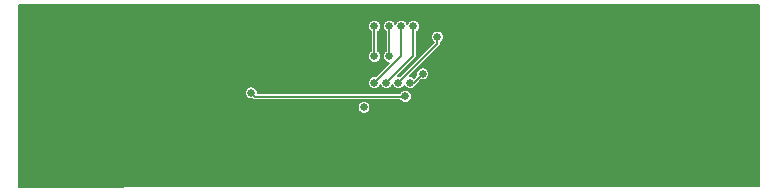
<source format=gbr>
G04 #@! TF.GenerationSoftware,KiCad,Pcbnew,(5.1.6-0-10_14)*
G04 #@! TF.CreationDate,2020-07-22T22:48:04-07:00*
G04 #@! TF.ProjectId,VineHoop_V1_2,56696e65-486f-46f7-905f-56315f322e6b,rev?*
G04 #@! TF.SameCoordinates,Original*
G04 #@! TF.FileFunction,Copper,L2,Bot*
G04 #@! TF.FilePolarity,Positive*
%FSLAX46Y46*%
G04 Gerber Fmt 4.6, Leading zero omitted, Abs format (unit mm)*
G04 Created by KiCad (PCBNEW (5.1.6-0-10_14)) date 2020-07-22 22:48:04*
%MOMM*%
%LPD*%
G01*
G04 APERTURE LIST*
G04 #@! TA.AperFunction,ViaPad*
%ADD10C,0.660400*%
G04 #@! TD*
G04 #@! TA.AperFunction,Conductor*
%ADD11C,0.152400*%
G04 #@! TD*
G04 #@! TA.AperFunction,Conductor*
%ADD12C,0.127000*%
G04 #@! TD*
G04 APERTURE END LIST*
D10*
X147955000Y-63627000D03*
X150495000Y-63627000D03*
X147955000Y-61595000D03*
X130746500Y-70866000D03*
X164909500Y-69723000D03*
X179514500Y-62992000D03*
X183388000Y-67056000D03*
X139001500Y-62992000D03*
X135763000Y-59690000D03*
X142684500Y-65786000D03*
X144335500Y-68707000D03*
X138620500Y-66421000D03*
X141160500Y-67373500D03*
X147256500Y-67945000D03*
X152908000Y-67183000D03*
X150495000Y-61595000D03*
X148526500Y-58928000D03*
X161036000Y-63055500D03*
X165989000Y-60960000D03*
X165862000Y-66929000D03*
X167640000Y-69278500D03*
X164909500Y-67881500D03*
X158813500Y-69151500D03*
X163576000Y-64833500D03*
X163576000Y-62801500D03*
X159258000Y-59880500D03*
X151638000Y-59690000D03*
X156806899Y-59918601D03*
X151574500Y-66738500D03*
X151765000Y-65278000D03*
X142229705Y-64039801D03*
X155277216Y-64345216D03*
X153924000Y-58420000D03*
X153924000Y-60960000D03*
X152654000Y-60960000D03*
X152654000Y-58420000D03*
X157988000Y-59309000D03*
X154686000Y-63169800D03*
X156734399Y-62435248D03*
X155662368Y-63169800D03*
X153670000Y-63169800D03*
X155956000Y-58420000D03*
X152654000Y-63169800D03*
X154940000Y-58420000D03*
D11*
X155252432Y-64370000D02*
X155277216Y-64345216D01*
X142559904Y-64370000D02*
X155252432Y-64370000D01*
X142229705Y-64039801D02*
X142559904Y-64370000D01*
X153924000Y-60960000D02*
X153924000Y-58420000D01*
X152654000Y-60960000D02*
X152654000Y-58420000D01*
X157988000Y-59867800D02*
X157988000Y-59436000D01*
X154686000Y-63169800D02*
X157988000Y-59867800D01*
X155662368Y-63169800D02*
X155999847Y-63169800D01*
X155999847Y-63169800D02*
X156734399Y-62435248D01*
X155956000Y-60883800D02*
X155956000Y-58420000D01*
X153670000Y-63169800D02*
X155956000Y-60883800D01*
X154940000Y-60883800D02*
X154940000Y-58420000D01*
X152654000Y-63169800D02*
X154940000Y-60883800D01*
D12*
G36*
X185204501Y-71920500D02*
G01*
X140218191Y-71920500D01*
X140217812Y-71920464D01*
X140207696Y-71920500D01*
X140197421Y-71920500D01*
X140197036Y-71920538D01*
X122580000Y-71983233D01*
X122580000Y-65224214D01*
X151218900Y-65224214D01*
X151218900Y-65331786D01*
X151239887Y-65437291D01*
X151281053Y-65536675D01*
X151340817Y-65626118D01*
X151416882Y-65702183D01*
X151506325Y-65761947D01*
X151605709Y-65803113D01*
X151711214Y-65824100D01*
X151818786Y-65824100D01*
X151924291Y-65803113D01*
X152023675Y-65761947D01*
X152113118Y-65702183D01*
X152189183Y-65626118D01*
X152248947Y-65536675D01*
X152290113Y-65437291D01*
X152311100Y-65331786D01*
X152311100Y-65224214D01*
X152290113Y-65118709D01*
X152248947Y-65019325D01*
X152189183Y-64929882D01*
X152113118Y-64853817D01*
X152023675Y-64794053D01*
X151924291Y-64752887D01*
X151818786Y-64731900D01*
X151711214Y-64731900D01*
X151605709Y-64752887D01*
X151506325Y-64794053D01*
X151416882Y-64853817D01*
X151340817Y-64929882D01*
X151281053Y-65019325D01*
X151239887Y-65118709D01*
X151218900Y-65224214D01*
X122580000Y-65224214D01*
X122580000Y-63986015D01*
X141683605Y-63986015D01*
X141683605Y-64093587D01*
X141704592Y-64199092D01*
X141745758Y-64298476D01*
X141805522Y-64387919D01*
X141881587Y-64463984D01*
X141971030Y-64523748D01*
X142070414Y-64564914D01*
X142175919Y-64585901D01*
X142283491Y-64585901D01*
X142348589Y-64572952D01*
X142352359Y-64577545D01*
X142363501Y-64586689D01*
X142363502Y-64586690D01*
X142396837Y-64614047D01*
X142447581Y-64641171D01*
X142502642Y-64657873D01*
X142559904Y-64663513D01*
X142574250Y-64662100D01*
X154832163Y-64662100D01*
X154853033Y-64693334D01*
X154929098Y-64769399D01*
X155018541Y-64829163D01*
X155117925Y-64870329D01*
X155223430Y-64891316D01*
X155331002Y-64891316D01*
X155436507Y-64870329D01*
X155535891Y-64829163D01*
X155625334Y-64769399D01*
X155701399Y-64693334D01*
X155761163Y-64603891D01*
X155802329Y-64504507D01*
X155823316Y-64399002D01*
X155823316Y-64291430D01*
X155802329Y-64185925D01*
X155761163Y-64086541D01*
X155701399Y-63997098D01*
X155625334Y-63921033D01*
X155535891Y-63861269D01*
X155436507Y-63820103D01*
X155331002Y-63799116D01*
X155223430Y-63799116D01*
X155117925Y-63820103D01*
X155018541Y-63861269D01*
X154929098Y-63921033D01*
X154853033Y-63997098D01*
X154799043Y-64077900D01*
X142775805Y-64077900D01*
X142775805Y-63986015D01*
X142754818Y-63880510D01*
X142713652Y-63781126D01*
X142653888Y-63691683D01*
X142577823Y-63615618D01*
X142488380Y-63555854D01*
X142388996Y-63514688D01*
X142283491Y-63493701D01*
X142175919Y-63493701D01*
X142070414Y-63514688D01*
X141971030Y-63555854D01*
X141881587Y-63615618D01*
X141805522Y-63691683D01*
X141745758Y-63781126D01*
X141704592Y-63880510D01*
X141683605Y-63986015D01*
X122580000Y-63986015D01*
X122580000Y-63116014D01*
X152107900Y-63116014D01*
X152107900Y-63223586D01*
X152128887Y-63329091D01*
X152170053Y-63428475D01*
X152229817Y-63517918D01*
X152305882Y-63593983D01*
X152395325Y-63653747D01*
X152494709Y-63694913D01*
X152600214Y-63715900D01*
X152707786Y-63715900D01*
X152813291Y-63694913D01*
X152912675Y-63653747D01*
X153002118Y-63593983D01*
X153078183Y-63517918D01*
X153137947Y-63428475D01*
X153162000Y-63370406D01*
X153186053Y-63428475D01*
X153245817Y-63517918D01*
X153321882Y-63593983D01*
X153411325Y-63653747D01*
X153510709Y-63694913D01*
X153616214Y-63715900D01*
X153723786Y-63715900D01*
X153829291Y-63694913D01*
X153928675Y-63653747D01*
X154018118Y-63593983D01*
X154094183Y-63517918D01*
X154153947Y-63428475D01*
X154178000Y-63370406D01*
X154202053Y-63428475D01*
X154261817Y-63517918D01*
X154337882Y-63593983D01*
X154427325Y-63653747D01*
X154526709Y-63694913D01*
X154632214Y-63715900D01*
X154739786Y-63715900D01*
X154845291Y-63694913D01*
X154944675Y-63653747D01*
X155034118Y-63593983D01*
X155110183Y-63517918D01*
X155169947Y-63428475D01*
X155174184Y-63418246D01*
X155178421Y-63428475D01*
X155238185Y-63517918D01*
X155314250Y-63593983D01*
X155403693Y-63653747D01*
X155503077Y-63694913D01*
X155608582Y-63715900D01*
X155716154Y-63715900D01*
X155821659Y-63694913D01*
X155921043Y-63653747D01*
X156010486Y-63593983D01*
X156086551Y-63517918D01*
X156146315Y-63428475D01*
X156149377Y-63421083D01*
X156162914Y-63413847D01*
X156207392Y-63377345D01*
X156216540Y-63366198D01*
X156614535Y-62968204D01*
X156680613Y-62981348D01*
X156788185Y-62981348D01*
X156893690Y-62960361D01*
X156993074Y-62919195D01*
X157082517Y-62859431D01*
X157158582Y-62783366D01*
X157218346Y-62693923D01*
X157259512Y-62594539D01*
X157280499Y-62489034D01*
X157280499Y-62381462D01*
X157259512Y-62275957D01*
X157218346Y-62176573D01*
X157158582Y-62087130D01*
X157082517Y-62011065D01*
X156993074Y-61951301D01*
X156893690Y-61910135D01*
X156788185Y-61889148D01*
X156680613Y-61889148D01*
X156575108Y-61910135D01*
X156475724Y-61951301D01*
X156386281Y-62011065D01*
X156310216Y-62087130D01*
X156250452Y-62176573D01*
X156209286Y-62275957D01*
X156188299Y-62381462D01*
X156188299Y-62489034D01*
X156201443Y-62555112D01*
X156010712Y-62745843D01*
X156010486Y-62745617D01*
X155921043Y-62685853D01*
X155821659Y-62644687D01*
X155716154Y-62623700D01*
X155645191Y-62623700D01*
X158184399Y-60084492D01*
X158195545Y-60075345D01*
X158232047Y-60030867D01*
X158259171Y-59980123D01*
X158275873Y-59925062D01*
X158280100Y-59882146D01*
X158280100Y-59882137D01*
X158281512Y-59867801D01*
X158280100Y-59853465D01*
X158280100Y-59770613D01*
X158336118Y-59733183D01*
X158412183Y-59657118D01*
X158471947Y-59567675D01*
X158513113Y-59468291D01*
X158534100Y-59362786D01*
X158534100Y-59255214D01*
X158513113Y-59149709D01*
X158471947Y-59050325D01*
X158412183Y-58960882D01*
X158336118Y-58884817D01*
X158246675Y-58825053D01*
X158147291Y-58783887D01*
X158041786Y-58762900D01*
X157934214Y-58762900D01*
X157828709Y-58783887D01*
X157729325Y-58825053D01*
X157639882Y-58884817D01*
X157563817Y-58960882D01*
X157504053Y-59050325D01*
X157462887Y-59149709D01*
X157441900Y-59255214D01*
X157441900Y-59362786D01*
X157462887Y-59468291D01*
X157504053Y-59567675D01*
X157563817Y-59657118D01*
X157639882Y-59733183D01*
X157681630Y-59761079D01*
X154805865Y-62636844D01*
X154739786Y-62623700D01*
X154632214Y-62623700D01*
X154628440Y-62624451D01*
X156152399Y-61100492D01*
X156163545Y-61091345D01*
X156200047Y-61046867D01*
X156227171Y-60996123D01*
X156243873Y-60941062D01*
X156248100Y-60898146D01*
X156248100Y-60898137D01*
X156249512Y-60883801D01*
X156248100Y-60869465D01*
X156248100Y-58881613D01*
X156304118Y-58844183D01*
X156380183Y-58768118D01*
X156439947Y-58678675D01*
X156481113Y-58579291D01*
X156502100Y-58473786D01*
X156502100Y-58366214D01*
X156481113Y-58260709D01*
X156439947Y-58161325D01*
X156380183Y-58071882D01*
X156304118Y-57995817D01*
X156214675Y-57936053D01*
X156115291Y-57894887D01*
X156009786Y-57873900D01*
X155902214Y-57873900D01*
X155796709Y-57894887D01*
X155697325Y-57936053D01*
X155607882Y-57995817D01*
X155531817Y-58071882D01*
X155472053Y-58161325D01*
X155448000Y-58219394D01*
X155423947Y-58161325D01*
X155364183Y-58071882D01*
X155288118Y-57995817D01*
X155198675Y-57936053D01*
X155099291Y-57894887D01*
X154993786Y-57873900D01*
X154886214Y-57873900D01*
X154780709Y-57894887D01*
X154681325Y-57936053D01*
X154591882Y-57995817D01*
X154515817Y-58071882D01*
X154456053Y-58161325D01*
X154432000Y-58219394D01*
X154407947Y-58161325D01*
X154348183Y-58071882D01*
X154272118Y-57995817D01*
X154182675Y-57936053D01*
X154083291Y-57894887D01*
X153977786Y-57873900D01*
X153870214Y-57873900D01*
X153764709Y-57894887D01*
X153665325Y-57936053D01*
X153575882Y-57995817D01*
X153499817Y-58071882D01*
X153440053Y-58161325D01*
X153398887Y-58260709D01*
X153377900Y-58366214D01*
X153377900Y-58473786D01*
X153398887Y-58579291D01*
X153440053Y-58678675D01*
X153499817Y-58768118D01*
X153575882Y-58844183D01*
X153631901Y-58881614D01*
X153631900Y-60498387D01*
X153575882Y-60535817D01*
X153499817Y-60611882D01*
X153440053Y-60701325D01*
X153398887Y-60800709D01*
X153377900Y-60906214D01*
X153377900Y-61013786D01*
X153398887Y-61119291D01*
X153440053Y-61218675D01*
X153499817Y-61308118D01*
X153575882Y-61384183D01*
X153665325Y-61443947D01*
X153764709Y-61485113D01*
X153870214Y-61506100D01*
X153904609Y-61506100D01*
X152773865Y-62636844D01*
X152707786Y-62623700D01*
X152600214Y-62623700D01*
X152494709Y-62644687D01*
X152395325Y-62685853D01*
X152305882Y-62745617D01*
X152229817Y-62821682D01*
X152170053Y-62911125D01*
X152128887Y-63010509D01*
X152107900Y-63116014D01*
X122580000Y-63116014D01*
X122580000Y-58366214D01*
X152107900Y-58366214D01*
X152107900Y-58473786D01*
X152128887Y-58579291D01*
X152170053Y-58678675D01*
X152229817Y-58768118D01*
X152305882Y-58844183D01*
X152361901Y-58881614D01*
X152361900Y-60498387D01*
X152305882Y-60535817D01*
X152229817Y-60611882D01*
X152170053Y-60701325D01*
X152128887Y-60800709D01*
X152107900Y-60906214D01*
X152107900Y-61013786D01*
X152128887Y-61119291D01*
X152170053Y-61218675D01*
X152229817Y-61308118D01*
X152305882Y-61384183D01*
X152395325Y-61443947D01*
X152494709Y-61485113D01*
X152600214Y-61506100D01*
X152707786Y-61506100D01*
X152813291Y-61485113D01*
X152912675Y-61443947D01*
X153002118Y-61384183D01*
X153078183Y-61308118D01*
X153137947Y-61218675D01*
X153179113Y-61119291D01*
X153200100Y-61013786D01*
X153200100Y-60906214D01*
X153179113Y-60800709D01*
X153137947Y-60701325D01*
X153078183Y-60611882D01*
X153002118Y-60535817D01*
X152946100Y-60498387D01*
X152946100Y-58881613D01*
X153002118Y-58844183D01*
X153078183Y-58768118D01*
X153137947Y-58678675D01*
X153179113Y-58579291D01*
X153200100Y-58473786D01*
X153200100Y-58366214D01*
X153179113Y-58260709D01*
X153137947Y-58161325D01*
X153078183Y-58071882D01*
X153002118Y-57995817D01*
X152912675Y-57936053D01*
X152813291Y-57894887D01*
X152707786Y-57873900D01*
X152600214Y-57873900D01*
X152494709Y-57894887D01*
X152395325Y-57936053D01*
X152305882Y-57995817D01*
X152229817Y-58071882D01*
X152170053Y-58161325D01*
X152128887Y-58260709D01*
X152107900Y-58366214D01*
X122580000Y-58366214D01*
X122580000Y-56603500D01*
X185204500Y-56603500D01*
X185204501Y-71920500D01*
G37*
X185204501Y-71920500D02*
X140218191Y-71920500D01*
X140217812Y-71920464D01*
X140207696Y-71920500D01*
X140197421Y-71920500D01*
X140197036Y-71920538D01*
X122580000Y-71983233D01*
X122580000Y-65224214D01*
X151218900Y-65224214D01*
X151218900Y-65331786D01*
X151239887Y-65437291D01*
X151281053Y-65536675D01*
X151340817Y-65626118D01*
X151416882Y-65702183D01*
X151506325Y-65761947D01*
X151605709Y-65803113D01*
X151711214Y-65824100D01*
X151818786Y-65824100D01*
X151924291Y-65803113D01*
X152023675Y-65761947D01*
X152113118Y-65702183D01*
X152189183Y-65626118D01*
X152248947Y-65536675D01*
X152290113Y-65437291D01*
X152311100Y-65331786D01*
X152311100Y-65224214D01*
X152290113Y-65118709D01*
X152248947Y-65019325D01*
X152189183Y-64929882D01*
X152113118Y-64853817D01*
X152023675Y-64794053D01*
X151924291Y-64752887D01*
X151818786Y-64731900D01*
X151711214Y-64731900D01*
X151605709Y-64752887D01*
X151506325Y-64794053D01*
X151416882Y-64853817D01*
X151340817Y-64929882D01*
X151281053Y-65019325D01*
X151239887Y-65118709D01*
X151218900Y-65224214D01*
X122580000Y-65224214D01*
X122580000Y-63986015D01*
X141683605Y-63986015D01*
X141683605Y-64093587D01*
X141704592Y-64199092D01*
X141745758Y-64298476D01*
X141805522Y-64387919D01*
X141881587Y-64463984D01*
X141971030Y-64523748D01*
X142070414Y-64564914D01*
X142175919Y-64585901D01*
X142283491Y-64585901D01*
X142348589Y-64572952D01*
X142352359Y-64577545D01*
X142363501Y-64586689D01*
X142363502Y-64586690D01*
X142396837Y-64614047D01*
X142447581Y-64641171D01*
X142502642Y-64657873D01*
X142559904Y-64663513D01*
X142574250Y-64662100D01*
X154832163Y-64662100D01*
X154853033Y-64693334D01*
X154929098Y-64769399D01*
X155018541Y-64829163D01*
X155117925Y-64870329D01*
X155223430Y-64891316D01*
X155331002Y-64891316D01*
X155436507Y-64870329D01*
X155535891Y-64829163D01*
X155625334Y-64769399D01*
X155701399Y-64693334D01*
X155761163Y-64603891D01*
X155802329Y-64504507D01*
X155823316Y-64399002D01*
X155823316Y-64291430D01*
X155802329Y-64185925D01*
X155761163Y-64086541D01*
X155701399Y-63997098D01*
X155625334Y-63921033D01*
X155535891Y-63861269D01*
X155436507Y-63820103D01*
X155331002Y-63799116D01*
X155223430Y-63799116D01*
X155117925Y-63820103D01*
X155018541Y-63861269D01*
X154929098Y-63921033D01*
X154853033Y-63997098D01*
X154799043Y-64077900D01*
X142775805Y-64077900D01*
X142775805Y-63986015D01*
X142754818Y-63880510D01*
X142713652Y-63781126D01*
X142653888Y-63691683D01*
X142577823Y-63615618D01*
X142488380Y-63555854D01*
X142388996Y-63514688D01*
X142283491Y-63493701D01*
X142175919Y-63493701D01*
X142070414Y-63514688D01*
X141971030Y-63555854D01*
X141881587Y-63615618D01*
X141805522Y-63691683D01*
X141745758Y-63781126D01*
X141704592Y-63880510D01*
X141683605Y-63986015D01*
X122580000Y-63986015D01*
X122580000Y-63116014D01*
X152107900Y-63116014D01*
X152107900Y-63223586D01*
X152128887Y-63329091D01*
X152170053Y-63428475D01*
X152229817Y-63517918D01*
X152305882Y-63593983D01*
X152395325Y-63653747D01*
X152494709Y-63694913D01*
X152600214Y-63715900D01*
X152707786Y-63715900D01*
X152813291Y-63694913D01*
X152912675Y-63653747D01*
X153002118Y-63593983D01*
X153078183Y-63517918D01*
X153137947Y-63428475D01*
X153162000Y-63370406D01*
X153186053Y-63428475D01*
X153245817Y-63517918D01*
X153321882Y-63593983D01*
X153411325Y-63653747D01*
X153510709Y-63694913D01*
X153616214Y-63715900D01*
X153723786Y-63715900D01*
X153829291Y-63694913D01*
X153928675Y-63653747D01*
X154018118Y-63593983D01*
X154094183Y-63517918D01*
X154153947Y-63428475D01*
X154178000Y-63370406D01*
X154202053Y-63428475D01*
X154261817Y-63517918D01*
X154337882Y-63593983D01*
X154427325Y-63653747D01*
X154526709Y-63694913D01*
X154632214Y-63715900D01*
X154739786Y-63715900D01*
X154845291Y-63694913D01*
X154944675Y-63653747D01*
X155034118Y-63593983D01*
X155110183Y-63517918D01*
X155169947Y-63428475D01*
X155174184Y-63418246D01*
X155178421Y-63428475D01*
X155238185Y-63517918D01*
X155314250Y-63593983D01*
X155403693Y-63653747D01*
X155503077Y-63694913D01*
X155608582Y-63715900D01*
X155716154Y-63715900D01*
X155821659Y-63694913D01*
X155921043Y-63653747D01*
X156010486Y-63593983D01*
X156086551Y-63517918D01*
X156146315Y-63428475D01*
X156149377Y-63421083D01*
X156162914Y-63413847D01*
X156207392Y-63377345D01*
X156216540Y-63366198D01*
X156614535Y-62968204D01*
X156680613Y-62981348D01*
X156788185Y-62981348D01*
X156893690Y-62960361D01*
X156993074Y-62919195D01*
X157082517Y-62859431D01*
X157158582Y-62783366D01*
X157218346Y-62693923D01*
X157259512Y-62594539D01*
X157280499Y-62489034D01*
X157280499Y-62381462D01*
X157259512Y-62275957D01*
X157218346Y-62176573D01*
X157158582Y-62087130D01*
X157082517Y-62011065D01*
X156993074Y-61951301D01*
X156893690Y-61910135D01*
X156788185Y-61889148D01*
X156680613Y-61889148D01*
X156575108Y-61910135D01*
X156475724Y-61951301D01*
X156386281Y-62011065D01*
X156310216Y-62087130D01*
X156250452Y-62176573D01*
X156209286Y-62275957D01*
X156188299Y-62381462D01*
X156188299Y-62489034D01*
X156201443Y-62555112D01*
X156010712Y-62745843D01*
X156010486Y-62745617D01*
X155921043Y-62685853D01*
X155821659Y-62644687D01*
X155716154Y-62623700D01*
X155645191Y-62623700D01*
X158184399Y-60084492D01*
X158195545Y-60075345D01*
X158232047Y-60030867D01*
X158259171Y-59980123D01*
X158275873Y-59925062D01*
X158280100Y-59882146D01*
X158280100Y-59882137D01*
X158281512Y-59867801D01*
X158280100Y-59853465D01*
X158280100Y-59770613D01*
X158336118Y-59733183D01*
X158412183Y-59657118D01*
X158471947Y-59567675D01*
X158513113Y-59468291D01*
X158534100Y-59362786D01*
X158534100Y-59255214D01*
X158513113Y-59149709D01*
X158471947Y-59050325D01*
X158412183Y-58960882D01*
X158336118Y-58884817D01*
X158246675Y-58825053D01*
X158147291Y-58783887D01*
X158041786Y-58762900D01*
X157934214Y-58762900D01*
X157828709Y-58783887D01*
X157729325Y-58825053D01*
X157639882Y-58884817D01*
X157563817Y-58960882D01*
X157504053Y-59050325D01*
X157462887Y-59149709D01*
X157441900Y-59255214D01*
X157441900Y-59362786D01*
X157462887Y-59468291D01*
X157504053Y-59567675D01*
X157563817Y-59657118D01*
X157639882Y-59733183D01*
X157681630Y-59761079D01*
X154805865Y-62636844D01*
X154739786Y-62623700D01*
X154632214Y-62623700D01*
X154628440Y-62624451D01*
X156152399Y-61100492D01*
X156163545Y-61091345D01*
X156200047Y-61046867D01*
X156227171Y-60996123D01*
X156243873Y-60941062D01*
X156248100Y-60898146D01*
X156248100Y-60898137D01*
X156249512Y-60883801D01*
X156248100Y-60869465D01*
X156248100Y-58881613D01*
X156304118Y-58844183D01*
X156380183Y-58768118D01*
X156439947Y-58678675D01*
X156481113Y-58579291D01*
X156502100Y-58473786D01*
X156502100Y-58366214D01*
X156481113Y-58260709D01*
X156439947Y-58161325D01*
X156380183Y-58071882D01*
X156304118Y-57995817D01*
X156214675Y-57936053D01*
X156115291Y-57894887D01*
X156009786Y-57873900D01*
X155902214Y-57873900D01*
X155796709Y-57894887D01*
X155697325Y-57936053D01*
X155607882Y-57995817D01*
X155531817Y-58071882D01*
X155472053Y-58161325D01*
X155448000Y-58219394D01*
X155423947Y-58161325D01*
X155364183Y-58071882D01*
X155288118Y-57995817D01*
X155198675Y-57936053D01*
X155099291Y-57894887D01*
X154993786Y-57873900D01*
X154886214Y-57873900D01*
X154780709Y-57894887D01*
X154681325Y-57936053D01*
X154591882Y-57995817D01*
X154515817Y-58071882D01*
X154456053Y-58161325D01*
X154432000Y-58219394D01*
X154407947Y-58161325D01*
X154348183Y-58071882D01*
X154272118Y-57995817D01*
X154182675Y-57936053D01*
X154083291Y-57894887D01*
X153977786Y-57873900D01*
X153870214Y-57873900D01*
X153764709Y-57894887D01*
X153665325Y-57936053D01*
X153575882Y-57995817D01*
X153499817Y-58071882D01*
X153440053Y-58161325D01*
X153398887Y-58260709D01*
X153377900Y-58366214D01*
X153377900Y-58473786D01*
X153398887Y-58579291D01*
X153440053Y-58678675D01*
X153499817Y-58768118D01*
X153575882Y-58844183D01*
X153631901Y-58881614D01*
X153631900Y-60498387D01*
X153575882Y-60535817D01*
X153499817Y-60611882D01*
X153440053Y-60701325D01*
X153398887Y-60800709D01*
X153377900Y-60906214D01*
X153377900Y-61013786D01*
X153398887Y-61119291D01*
X153440053Y-61218675D01*
X153499817Y-61308118D01*
X153575882Y-61384183D01*
X153665325Y-61443947D01*
X153764709Y-61485113D01*
X153870214Y-61506100D01*
X153904609Y-61506100D01*
X152773865Y-62636844D01*
X152707786Y-62623700D01*
X152600214Y-62623700D01*
X152494709Y-62644687D01*
X152395325Y-62685853D01*
X152305882Y-62745617D01*
X152229817Y-62821682D01*
X152170053Y-62911125D01*
X152128887Y-63010509D01*
X152107900Y-63116014D01*
X122580000Y-63116014D01*
X122580000Y-58366214D01*
X152107900Y-58366214D01*
X152107900Y-58473786D01*
X152128887Y-58579291D01*
X152170053Y-58678675D01*
X152229817Y-58768118D01*
X152305882Y-58844183D01*
X152361901Y-58881614D01*
X152361900Y-60498387D01*
X152305882Y-60535817D01*
X152229817Y-60611882D01*
X152170053Y-60701325D01*
X152128887Y-60800709D01*
X152107900Y-60906214D01*
X152107900Y-61013786D01*
X152128887Y-61119291D01*
X152170053Y-61218675D01*
X152229817Y-61308118D01*
X152305882Y-61384183D01*
X152395325Y-61443947D01*
X152494709Y-61485113D01*
X152600214Y-61506100D01*
X152707786Y-61506100D01*
X152813291Y-61485113D01*
X152912675Y-61443947D01*
X153002118Y-61384183D01*
X153078183Y-61308118D01*
X153137947Y-61218675D01*
X153179113Y-61119291D01*
X153200100Y-61013786D01*
X153200100Y-60906214D01*
X153179113Y-60800709D01*
X153137947Y-60701325D01*
X153078183Y-60611882D01*
X153002118Y-60535817D01*
X152946100Y-60498387D01*
X152946100Y-58881613D01*
X153002118Y-58844183D01*
X153078183Y-58768118D01*
X153137947Y-58678675D01*
X153179113Y-58579291D01*
X153200100Y-58473786D01*
X153200100Y-58366214D01*
X153179113Y-58260709D01*
X153137947Y-58161325D01*
X153078183Y-58071882D01*
X153002118Y-57995817D01*
X152912675Y-57936053D01*
X152813291Y-57894887D01*
X152707786Y-57873900D01*
X152600214Y-57873900D01*
X152494709Y-57894887D01*
X152395325Y-57936053D01*
X152305882Y-57995817D01*
X152229817Y-58071882D01*
X152170053Y-58161325D01*
X152128887Y-58260709D01*
X152107900Y-58366214D01*
X122580000Y-58366214D01*
X122580000Y-56603500D01*
X185204500Y-56603500D01*
X185204501Y-71920500D01*
M02*

</source>
